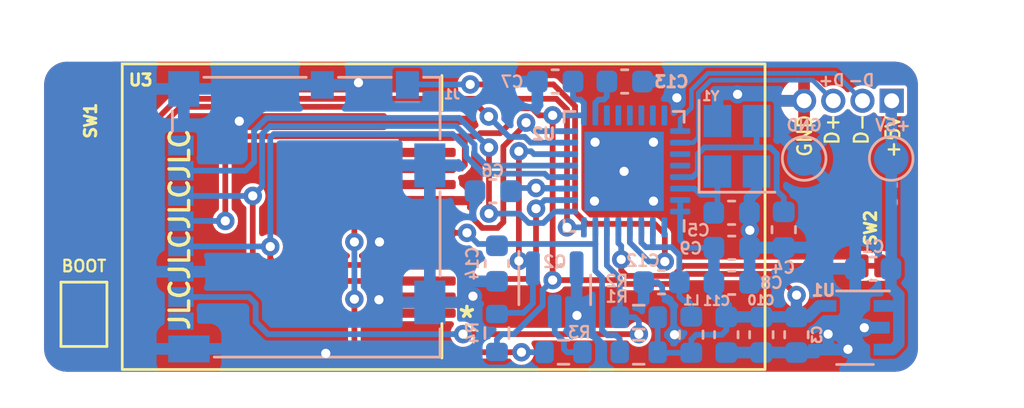
<source format=kicad_pcb>
(kicad_pcb (version 20221018) (generator pcbnew)
  (title_block (comment 4 "AISLER Project ID: PFHQODAS"))
  (layers (0 "F.Cu" signal) (31 "B.Cu" signal) (34 "B.Paste" user) (35 "F.Paste" user) (36 "B.SilkS" user "B.Silkscreen") (37 "F.SilkS" user "F.Silkscreen") (38 "B.Mask" user) (39 "F.Mask" user) (44 "Edge.Cuts" user))
  (net 0 "")
  (net 1 "GND")
  (net 2 "+3V3")
  (net 3 "+5V")
  (net 4 "IO9")
  (net 5 "EN")
  (net 6 "LCD_BL")
  (net 7 "Net-(U2-XTAL_N)")
  (net 8 "LCD_BL_K")
  (net 9 "LCD_DC")
  (net 10 "SPI_MOSI")
  (net 11 "SPI_SCK")
  (net 12 "Net-(U2-XTAL_P)")
  (net 13 "Net-(U2-VDD_SPI{slash}GPIO11)")
  (net 15 "SD_Card_CE")
  (net 16 "SPI_MISO")
  (net 18 "Net-(Q2-D)")
  (net 19 "VCC_Pin2{slash}3")
  (net 20 "Net-(SW1-A)")
  (net 21 "Net-(SW2-A)")
  (net 25 "LCD_CS")
  (net 32 "SD-Card_Det")
  (net 33 "ESP32_USB_D-")
  (net 35 "ESP32_USB_D+")
  (footprint "Button_ext:EVPBB" (layer "F.Cu") (at 128.475 107.24 90)
    (fp_text reference "SW2")
    (fp_text value "EVP-BB2A9B000")
  )
  (footprint "Display_ext:ST7735S 0.96" (layer "F.Cu") (at 95.9 100.1)
    (fp_text reference "U3")
    (fp_text value "ST7735_0.96\"")
  )
  (footprint "Jumper:SolderJumper-2_P1.3mm_Open_TrianglePad1.0x1.5mm" (layer "F.Cu") (at 94.234 110.998 -90)
    (fp_text reference "JP1" hide)
    (fp_text value "BOOT")
  )
  (footprint "Button_ext:EVPBB" (layer "F.Cu") (at 94.5 102.565 90)
    (fp_text reference "SW1")
    (fp_text value "EVP-BB2A9B000")
  )
  (footprint "Capacitor_SMD:C_0603_1608Metric" (layer "B.Cu") (at 112.014 105.6386)
    (fp_text reference "C6")
    (fp_text value "100nF")
  )
  (footprint "Capacitor_SMD:C_0603_1608Metric" (layer "B.Cu") (at 122.4026 108.1024 180)
    (fp_text reference "C9")
    (fp_text value "10nF")
  )
  (footprint "Resistor_SMD:R_0603_1608Metric" (layer "B.Cu") (at 118.357 111.125)
    (fp_text reference "R2")
    (fp_text value "10k")
  )
  (footprint "Inductor_SMD:L_0603_1608Metric" (layer "B.Cu") (at 120.643 111.887 90)
    (fp_text reference "L1")
    (fp_text value "2.2nH")
  )
  (footprint "TestPoint:TestPoint_Pad_D1.5mm" (layer "B.Cu") (at 129.3368 104.2162 180)
    (fp_text reference "H1" hide)
    (fp_text value "+5V PAD")
  )
  (footprint "Capacitor_SMD:C_0603_1608Metric" (layer "B.Cu") (at 125.215 111.887 90)
    (fp_text reference "C3")
    (fp_text value "1uF")
  )
  (footprint "Capacitor_SMD:C_0603_1608Metric" (layer "B.Cu") (at 122.3956 106.5784 180)
    (fp_text reference "C5")
    (fp_text value "16pF")
  )
  (footprint "Connector_PinHeader_1.27mm:PinHeader_1x04_P1.27mm_Vertical" (layer "B.Cu") (at 129.3572 101.7016 90)
    (fp_text reference "J2" hide)
    (fp_text value "ESP32_USB")
  )
  (footprint "Package_DFN_QFN:QFN-32-1EP_5x5mm_P0.5mm_EP3.45x3.45mm" (layer "B.Cu") (at 117.722 104.775 90)
    (fp_text reference "U2")
    (fp_text value "ESP32-C3FN4")
  )
  (footprint "TestPoint:TestPoint_Pad_D1.5mm" (layer "B.Cu") (at 125.5522 104.2162 180)
    (fp_text reference "H2" hide)
    (fp_text value "GND PAD")
  )
  (footprint "Resistor_SMD:R_0603_1608Metric" (layer "B.Cu") (at 118.357 112.649)
    (fp_text reference "R1")
    (fp_text value "10k")
  )
  (footprint "Crystal:Crystal_SMD_3225-4Pin_3.2x2.5mm" (layer "B.Cu") (at 122.6312 103.6828 90)
    (fp_text reference "Y1")
    (fp_text value "7B040000H01")
  )
  (footprint "LOGO" (layer "B.Cu") (at 95.5 106.75 -90)
    (fp_text reference "G***" hide)
    (fp_text value "LOGO" hide)
  )
  (footprint "Capacitor_SMD:C_0603_1608Metric" (layer "B.Cu") (at 112.1918 108.7882 90)
    (fp_text reference "C14")
    (fp_text value "10uF")
  )
  (footprint "Capacitor_SMD:C_0603_1608Metric" (layer "B.Cu") (at 117.7474 100.8634 180)
    (fp_text reference "C13")
    (fp_text value "1uF")
  )
  (footprint "Capacitor_SMD:C_0603_1608Metric" (layer "B.Cu") (at 119.3476 109.601)
    (fp_text reference "C12")
    (fp_text value "100nF")
  )
  (footprint "Package_TO_SOT_SMD:SOT-23" (layer "B.Cu") (at 114.7064 109.9312 -90)
    (fp_text reference "Q2")
    (fp_text value "T2N7002AK")
  )
  (footprint "Resistor_SMD:R_0603_1608Metric" (layer "B.Cu") (at 112.1918 111.8108 -90)
    (fp_text reference "R4")
    (fp_text value "10k")
  )
  (footprint "Capacitor_SMD:C_0603_1608Metric" (layer "B.Cu") (at 122.167 111.887 90)
    (fp_text reference "C11")
    (fp_text value "100nF")
  )
  (footprint "Capacitor_SMD:C_0603_1608Metric" (layer "B.Cu") (at 123.691 111.887 90)
    (fp_text reference "C10")
    (fp_text value "10uF")
  )
  (footprint "Capacitor_SMD:C_0603_1608Metric" (layer "B.Cu") (at 124.6632 107.315 -90)
    (fp_text reference "C4")
    (fp_text value "16pF")
  )
  (footprint "Capacitor_SMD:C_0603_1608Metric" (layer "B.Cu") (at 122.4026 109.6264 180)
    (fp_text reference "C8")
    (fp_text value "1uF")
  )
  (footprint "Resistor_SMD:R_0603_1608Metric" (layer "B.Cu") (at 115.0874 112.649 180)
    (fp_text reference "R3")
    (fp_text value "20 Ohm")
  )
  (footprint "Package_SO:TSOP-5_1.65x3.05mm_P0.95mm" (layer "B.Cu") (at 127.762 111.5822 180)
    (fp_text reference "U1")
    (fp_text value "NCP114BSN330T1G")
  )
  (footprint "Capacitor_SMD:C_0603_1608Metric" (layer "B.Cu") (at 128.5494 109.0168)
    (fp_text reference "C1")
    (fp_text value "1uF")
  )
  (footprint "Capacitor_SMD:C_0603_1608Metric" (layer "B.Cu") (at 114.7248 100.8634)
    (fp_text reference "C7")
    (fp_text value "100nF")
  )
  (footprint "Connector_Card:microSD_HC_Molex_104031-0811" (layer "B.Cu") (at 103.9 106.75 -90)
    (fp_text reference "J1")
    (fp_text value "1040310811")
  )
  (gr_line (start 92.5 112.5) (end 92.5 101) (stroke (width 0.001)) (layer "Edge.Cuts"))
  (gr_arc (start 129.5 100) (mid 130.207107 100.292893) (end 130.5 101) (stroke (width 0.001)) (layer "Edge.Cuts"))
  (gr_line (start 130.5 101) (end 130.5 112.5) (stroke (width 0.001)) (layer "Edge.Cuts"))
  (gr_arc (start 93.5 113.5) (mid 92.792893 113.207107) (end 92.5 112.5) (stroke (width 0.001)) (layer "Edge.Cuts"))
  (gr_arc (start 92.5 101) (mid 92.792893 100.292893) (end 93.5 100) (stroke (width 0.001)) (layer "Edge.Cuts"))
  (gr_line (start 93.5 100) (end 129.5 100) (stroke (width 0.001)) (layer "Edge.Cuts"))
  (gr_line (start 129.5 113.5) (end 93.5 113.5) (stroke (width 0.001)) (layer "Edge.Cuts"))
  (gr_arc (start 130.5 112.5) (mid 130.207107 113.207107) (end 129.5 113.5) (stroke (width 0.001)) (layer "Edge.Cuts"))
  (gr_text "+5V" (at 129.413 102.7684) (layer "B.SilkS") (effects (font (size 0.5 0.5) (thickness 0.1)) (justify mirror)))
  (gr_text "D+" (at 126.746 100.8126) (layer "B.SilkS") (effects (font (size 0.5 0.5) (thickness 0.1)) (justify mirror)))
  (gr_text "GND" (at 125.5522 102.7684) (layer "B.SilkS") (effects (font (size 0.5 0.5) (thickness 0.1)) (justify mirror)))
  (gr_text "D-" (at 128.0414 100.8126) (layer "B.SilkS") (effects (font (size 0.5 0.5) (thickness 0.1)) (justify mirror)))
  (gr_text "D+" (at 126.7714 102.9462 90) (layer "F.SilkS") (effects (font (size 0.6 0.6) (thickness 0.1))))
  (gr_text "JLCJLCJLCJLC" (at 98.4 107.3 90) (layer "F.SilkS") (effects (font (size 0.85 0.85))))
  (gr_text "D-" (at 128.0414 102.9462 90) (layer "F.SilkS") (effects (font (size 0.6 0.6) (thickness 0.1))))
  (gr_text "+5V" (at 129.413 103.2764 90) (layer "F.SilkS") (effects (font (size 0.6 0.6) (thickness 0.1))))
  (gr_text "GND" (at 125.5776 103.2256 90) (layer "F.SilkS") (effects (font (size 0.6 0.6) (thickness 0.1))))
  (via (at 111.1504 110.2106) (size 0.8) (drill 0.4) (layers "F.Cu" "B.Cu") (net 1))
  (via (at 123.19 107.3404) (size 0.8) (drill 0.4) (layers "F.Cu" "B.Cu") (net 1))
  (via (at 106.172 100.9142) (size 0.8) (drill 0.4) (layers "F.Cu" "B.Cu") (net 1))
  (via (at 107.0864 107.8484) (size 0.8) (drill 0.4) (layers "F.Cu" "B.Cu") (net 1))
  (via (at 115.6716 111.0488) (size 0.8) (drill 0.4) (layers "F.Cu" "B.Cu") (net 1))
  (via (at 118.999 106.0704) (size 0.8) (drill 0.4) (layers "F.Cu" "B.Cu") (net 1))
  (via (at 126.5936 111.8616) (size 0.8) (drill 0.4) (layers "F.Cu" "B.Cu") (net 1))
  (via (at 120.015 101.5746) (size 0.8) (drill 0.4) (layers "F.Cu" "B.Cu") (net 1))
  (via (at 116.459 103.505) (size 0.8) (drill 0.4) (layers "F.Cu" "B.Cu") (net 1))
  (via (at 116.4336 106.0704) (size 0.8) (drill 0.4) (layers "F.Cu" "B.Cu") (net 1))
  (via (at 127.4572 112.522) (size 0.8) (drill 0.4) (layers "F.Cu" "B.Cu") (net 1))
  (via (at 118.999 103.505) (size 0.8) (drill 0.4) (layers "F.Cu" "B.Cu") (net 1))
  (via (at 117.722 104.775) (size 0.8) (drill 0.4) (layers "F.Cu" "B.Cu") (net 1))
  (via (at 100.9904 102.5906) (size 0.8) (drill 0.4) (layers "F.Cu" "B.Cu") (net 1))
  (via (at 122.6566 101.4222) (size 0.8) (drill 0.4) (layers "F.Cu" "B.Cu") (net 1))
  (via (at 119.9134 111.887) (size 0.8) (drill 0.4) (layers "F.Cu" "B.Cu") (net 1))
  (via (at 104.7496 112.6998) (size 0.8) (drill 0.4) (layers "F.Cu" "B.Cu") (net 1))
  (via (at 128.1684 111.5822) (size 0.8) (drill 0.4) (layers "F.Cu" "B.Cu") (net 1))
  (via (at 107.061 110.363) (size 0.8) (drill 0.4) (layers "F.Cu" "B.Cu") (net 1))
  (segment (start 119.888 111.3536) (end 119.888 111.8616) (width 0.25) (layer "B.Cu") (net 1))
  (segment (start 119.6086 110.3376) (end 119.888 110.617) (width 0.25) (layer "B.Cu") (net 1))
  (segment (start 123.4812 104.7828) (end 123.4812 105.6268) (width 0.5) (layer "B.Cu") (net 1))
  (segment (start 123.1706 105.9374) (end 123.1706 106.5784) (width 0.5) (layer "B.Cu") (net 1))
  (segment (start 118.5726 109.601) (end 119.1768 109.601) (width 0.25) (layer "B.Cu") (net 1))
  (segment (start 124.206 101.4222) (end 124.4854 101.7016) (width 0.5) (layer "B.Cu") (net 1))
  (segment (start 119.888 110.617) (end 119.888 111.3536) (width 0.25) (layer "B.Cu") (net 1))
  (segment (start 122.6566 101.4222) (end 121.9454 101.4222) (width 0.5) (layer "B.Cu") (net 1))
  (segment (start 119.38 110.0582) (end 119.38 110.109) (width 0.25) (layer "B.Cu") (net 1))
  (segment (start 127.4572 112.3315) (end 127.4572 112.522) (width 0.5) (layer "B.Cu") (net 1))
  (segment (start 119.3038 109.728) (end 119.38 109.8042) (width 0.25) (layer "B.Cu") (net 1))
  (segment (start 123.4812 105.6268) (end 123.1706 105.9374) (width 0.5) (layer "B.Cu") (net 1))
  (segment (start 126.5936 111.8616) (end 126.9873 111.8616) (width 0.5) (layer "B.Cu") (net 1))
  (segment (start 119.1768 109.601) (end 119.3038 109.728) (width 0.25) (layer "B.Cu") (net 1))
  (segment (start 119.38 109.8042) (end 119.38 110.0582) (width 0.25) (layer "B.Cu") (net 1))
  (segment (start 119.888 111.8616) (end 119.9134 111.887) (width 0.25) (layer "B.Cu") (net 1))
  (segment (start 124.4854 101.7016) (end 125.5472 101.7016) (width 0.5) (layer "B.Cu") (net 1))
  (segment (start 119.38 110.109) (end 119.6086 110.3376) (width 0.25) (layer "B.Cu") (net 1))
  (segment (start 126.9873 111.8616) (end 127.4572 112.3315) (width 0.5) (layer "B.Cu") (net 1))
  (segment (start 121.7812 101.5864) (end 121.7812 102.5828) (width 0.5) (layer "B.Cu") (net 1))
  (segment (start 121.9454 101.4222) (end 121.7812 101.5864) (width 0.5) (layer "B.Cu") (net 1))
  (segment (start 122.6566 101.4222) (end 124.206 101.4222) (width 0.5) (layer "B.Cu") (net 1))
  (segment (start 117.4855 109.5099) (end 114.6153 109.5099) (width 0.25) (layer "F.Cu") (net 2))
  (segment (start 111.468054 103.111146) (end 112.331654 103.111146) (width 0.25) (layer "F.Cu") (net 2))
  (segment (start 113.717924 102.028343) (end 114.026181 102.3366) (width 0.25) (layer "F.Cu") (net 2))
  (segment (start 114.6153 105.4967) (end 114.6153 102.3366) (width 0.25) (layer "F.Cu") (net 2))
  (segment (start 125.222 110.1598) (end 124.3022 109.24) (width 0.25) (layer "F.Cu") (net 2))
  (segment (start 112.6744 102.362) (end 113.008057 102.028343) (width 0.25) (layer "F.Cu") (net 2))
  (segment (start 112.6744 102.7684) (end 112.6744 102.362) (width 0.25) (layer "F.Cu") (net 2))
  (segment (start 109.15 104.65) (end 110.6404 104.65) (width 0.25) (layer "F.Cu") (net 2))
  (segment (start 120.002674 109.6765) (end 117.6521 109.6765) (width 0.25) (layer "F.Cu") (net 2))
  (segment (start 110.6404 104.65) (end 110.7948 104.4956) (width 0.25) (layer "F.Cu") (net 2))
  (segment (start 114.6153 109.5099) (end 114.6153 105.4967) (width 0.25) (layer "F.Cu") (net 2))
  (segment (start 109.15 103.25) (end 111.3292 103.25) (width 0.25) (layer "F.Cu") (net 2))
  (segment (start 120.439174 109.24) (end 120.002674 109.6765) (width 0.25) (layer "F.Cu") (net 2))
  (segment (start 100.3808 103.6574) (end 100.7882 103.25) (width 0.25) (layer "F.Cu") (net 2))
  (segment (start 114.026181 102.3366) (end 114.6153 102.3366) (width 0.25) (layer "F.Cu") (net 2))
  (segment (start 111.3292 103.25) (end 111.468054 103.111146) (width 0.25) (layer "F.Cu") (net 2))
  (segment (start 124.3022 109.24) (end 120.439174 109.24) (width 0.25) (layer "F.Cu") (net 2))
  (segment (start 113.008057 102.028343) (end 113.717924 102.028343) (width 0.25) (layer "F.Cu") (net 2))
  (segment (start 100.3808 106.934) (end 100.3808 103.6574) (width 0.25) (layer "F.Cu") (net 2))
  (segment (start 117.6521 109.6765) (end 117.4855 109.5099) (width 0.25) (layer "F.Cu") (net 2))
  (segment (start 113.893622 105.499501) (end 114.612499 105.499501) (width 0.25) (layer "F.Cu") (net 2))
  (segment (start 112.331654 103.111146) (end 112.6744 102.7684) (width 0.25) (layer "F.Cu") (net 2))
  (segment (start 110.7948 104.4956) (end 110.7948 103.2744) (width 0.25) (layer "F.Cu") (net 2))
  (segment (start 100.7882 103.25) (end 109.15 103.25) (width 0.25) (layer "F.Cu") (net 2))
  (via (at 100.3808 106.934) (size 0.8) (drill 0.4) (layers "F.Cu" "B.Cu") (net 2))
  (via (at 113.893622 105.499501) (size 0.8) (drill 0.4) (layers "F.Cu" "B.Cu") (net 2))
  (via (at 125.222 110.1598) (size 0.8) (drill 0.4) (layers "F.Cu" "B.Cu") (net 2))
  (via (at 114.6153 102.3366) (size 0.8) (drill 0.4) (layers "F.Cu" "B.Cu") (net 2))
  (via (at 114.6153 109.5099) (size 0.8) (drill 0.4) (layers "F.Cu" "B.Cu") (net 2))
  (segment (start 114.1814 109.9438) (end 114.1814 110.6086) (width 0.25) (layer "B.Cu") (net 2))
  (segment (start 120.1595 107.7643) (end 120.4976 108.1024) (width 0.25) (layer "B.Cu") (net 2))
  (segment (start 120.1595 106.025) (end 120.1595 106.525) (width 0.25) (layer "B.Cu") (net 2))
  (segment (start 115.972 102.3375) (end 115.972 101.7988) (width 0.25) (layer "B.Cu") (net 2))
  (segment (start 125.215 111.112) (end 123.691 111.112) (width 0.5) (layer "B.Cu") (net 2))
  (segment (start 115.2845 105.525) (end 113.919121 105.525) (width 0.25) (layer "B.Cu") (net 2))
  (segment (start 114.1814 110.6086) (end 112.9284 111.8616) (width 0.25) (layer "B.Cu") (net 2))
  (segment (start 121.9708 111.887) (end 120.8532 111.887) (width 0.25) (layer "B.Cu") (net 2))
  (segment (start 123.691 111.112) (end 122.167 111.112) (width 0.5) (layer "B.Cu") (net 2))
  (segment (start 112.1918 112.0902) (end 112.1918 112.6358) (width 0.25) (layer "B.Cu") (net 2))
  (segment (start 121.6276 110.096) (end 122.167 110.6354) (width 0.5) (layer "B.Cu") (net 2))
  (segment (start 125.7176 111.112) (end 125.215 111.112) (width 0.5) (layer "B.Cu") (net 2))
  (segment (start 114.6153 102.3366) (end 115.9711 102.3366) (width 0.25) (layer "B.Cu") (net 2))
  (segment (start 112.4204 111.8616) (end 112.1918 112.0902) (width 0.25) (layer "B.Cu") (net 2))
  (segment (start 114.6153 109.5099) (end 114.1814 109.9438) (width 0.25) (layer "B.Cu") (net 2))
  (segment (start 115.9711 102.3366) (end 115.972 102.3375) (width 0.25) (layer "B.Cu") (net 2))
  (segment (start 119.2075 112.6745) (end 119.182 112.649) (width 0.25) (layer "B.Cu") (net 2))
  (segment (start 126.602 110.6322) (end 126.1974 110.6322) (width 0.5) (layer "B.Cu") (net 2))
  (segment (start 112.9284 111.8616) (end 112.4204 111.8616) (width 0.25) (layer "B.Cu") (net 2))
  (segment (start 113.893622 105.499501) (end 112.928099 105.499501) (width 0.25) (layer "B.Cu") (net 2))
  (segment (start 115.4998 101.5298) (end 115.4998 100.8634) (width 0.25) (layer "B.Cu") (net 2))
  (segment (start 125.215 111.112) (end 125.215 110.1668) (width 0.5) (layer "B.Cu") (net 2))
  (segment (start 119.182 111.8818) (end 119.182 111.125) (width 0.25) (layer "B.Cu") (net 2))
  (segment (start 115.824 101.6508) (end 115.6208 101.6508) (width 0.25) (layer "B.Cu") (net 2))
  (segment (start 100.3808 106.934) (end 98.461 106.934) (width 0.25) (layer "B.Cu") (net 2))
  (segment (start 120.1595 106.525) (end 120.1595 107.7643) (width 0.25) (layer "B.Cu") (net 2))
  (segment (start 120.8532 111.887) (end 120.643 112.0972) (width 0.25) (layer "B.Cu") (net 2))
  (segment (start 115.6208 101.6508) (end 115.4998 101.5298) (width 0.25) (layer "B.Cu") (net 2))
  (segment (start 122.167 111.112) (end 122.167 111.6908) (width 0.25) (layer "B.Cu") (net 2))
  (segment (start 122.167 110.6354) (end 122.167 111.112) (width 0.5) (layer "B.Cu") (net 2))
  (segment (start 120.643 112.0972) (end 120.643 112.6745) (width 0.25) (layer "B.Cu") (net 2))
  (segment (start 125.215 110.1668) (end 125.222 110.1598) (width 0.5) (layer "B.Cu") (net 2))
  (segment (start 122.167 111.6908) (end 121.9708 111.887) (width 0.25) (layer "B.Cu") (net 2))
  (segment (start 115.972 101.7988) (end 115.824 101.6508) (width 0.25) (layer "B.Cu") (net 2))
  (segment (start 120.643 112.6745) (end 119.2075 112.6745) (width 0.25) (layer "B.Cu") (net 2))
  (segment (start 120.4976 108.1024) (end 121.6276 108.1024) (width 0.25) (layer "B.Cu") (net 2))
  (segment (start 121.6276 109.6264) (end 121.6276 108.1024) (width 0.5) (layer "B.Cu") (net 2))
  (segment (start 119.182 112.649) (end 119.182 111.8818) (width 0.25) (layer "B.Cu") (net 2))
  (segment (start 126.1974 110.6322) (end 125.7176 111.112) (width 0.5) (layer "B.Cu") (net 2))
  (segment (start 121.6276 109.6264) (end 121.6276 110.096) (width 0.5) (layer "B.Cu") (net 2))
  (segment (start 129.3368 104.2162) (end 129.3368 109.0044) (width 0.5) (layer "B.Cu") (net 3))
  (segment (start 129.667 112.268) (end 129.667 110.1598) (width 0.5) (layer "B.Cu") (net 3))
  (segment (start 129.3244 109.8172) (end 129.3244 109.0168) (width 0.5) (layer "B.Cu") (net 3))
  (segment (start 129.4028 112.5322) (end 129.667 112.268) (width 0.5) (layer "B.Cu") (net 3))
  (segment (start 128.922 112.5322) (end 129.4028 112.5322) (width 0.5) (layer "B.Cu") (net 3))
  (segment (start 129.667 110.1598) (end 129.3244 109.8172) (width 0.5) (layer "B.Cu") (net 3))
  (segment (start 128.922 110.6322) (end 129.6518 110.6322) (width 0.5) (layer "B.Cu") (net 3))
  (segment (start 129.3368 104.2162) (end 129.3368 101.722) (width 0.5) (layer "B.Cu") (net 3))
  (segment (start 94.234 106.166) (end 94.234 110.273) (width 0.25) (layer "F.Cu") (net 4))
  (segment (start 111.4144 101.9656) (end 98.4344 101.9656) (width 0.25) (layer "F.Cu") (net 4))
  (segment (start 111.8362 102.3874) (end 111.4144 101.9656) (width 0.25) (layer "F.Cu") (net 4))
  (segment (start 98.4344 101.9656) (end 94.234 106.166) (width 0.25) (layer "F.Cu") (net 4))
  (via (at 111.8362 102.3874) (size 0.8) (drill 0.4) (layers "F.Cu" "B.Cu") (net 4))
  (segment (start 111.8362 102.3874) (end 112.7243 103.2755) (width 0.25) (layer "B.Cu") (net 4))
  (segment (start 113.654484 103.525) (end 115.2845 103.525) (width 0.25) (layer "B.Cu") (net 4))
  (segment (start 113.404984 103.2755) (end 113.654484 103.525) (width 0.25) (layer "B.Cu") (net 4))
  (segment (start 112.7243 103.2755) (end 113.404984 103.2755) (width 0.25) (layer "B.Cu") (net 4))
  (segment (start 110.889107 107.45) (end 109.15 107.45) (width 0.25) (layer "F.Cu") (net 5))
  (via (at 110.889107 107.45) (size 0.8) (drill 0.4) (layers "F.Cu" "B.Cu") (net 5))
  (segment (start 116.9924 111.9124) (end 116.7638 111.6838) (width 0.25) (layer "B.Cu") (net 5))
  (segment (start 111.376107 107.937) (end 116.4714 107.937) (width 0.25) (layer "B.Cu") (net 5))
  (segment (start 117.532 112.071) (end 117.3734 111.9124) (width 0.25) (layer "B.Cu") (net 5))
  (segment (start 110.889107 107.45) (end 111.376107 107.937) (width 0.25) (layer "B.Cu") (net 5))
  (segment (start 116.472 109.106) (end 116.472 107.9376) (width 0.25) (layer "B.Cu") (net 5))
  (segment (start 117.3734 111.9124) (end 116.9924 111.9124) (width 0.25) (layer "B.Cu") (net 5))
  (segment (start 116.7638 109.3978) (end 116.472 109.106) (width 0.25) (layer "B.Cu") (net 5))
  (segment (start 116.472 107.9376) (end 116.472 107.2125) (width 0.25) (layer "B.Cu") (net 5))
  (segment (start 116.7638 111.6838) (end 116.7638 109.3978) (width 0.25) (layer "B.Cu") (net 5))
  (segment (start 117.532 112.649) (end 117.532 112.071) (width 0.25) (layer "B.Cu") (net 5))
  (segment (start 113.1461 108.672816) (end 113.1461 103.9005) (width 0.25) (layer "F.Cu") (net 6))
  (via (at 113.1461 103.9005) (size 0.8) (drill 0.4) (layers "F.Cu" "B.Cu") (net 6))
  (via (at 113.1461 108.672816) (size 0.8) (drill 0.4) (layers "F.Cu" "B.Cu") (net 6))
  (segment (start 113.7564 108.9937) (end 113.7564 108.7526) (width 0.25) (layer "B.Cu") (net 6))
  (segment (start 113.347 110.935) (end 112.1918 110.935) (width 0.25) (layer "B.Cu") (net 6))
  (segment (start 113.7564 108.9937) (end 113.7564 110.5256) (width 0.25) (layer "B.Cu") (net 6))
  (segment (start 113.804 104.025) (end 115.2845 104.025) (width 0.25) (layer "B.Cu") (net 6))
  (segment (start 113.676616 108.672816) (end 113.1461 108.672816) (width 0.25) (layer "B.Cu") (net 6))
  (segment (start 113.1461 103.9005) (end 113.6795 103.9005) (width 0.25) (layer "B.Cu") (net 6))
  (segment (start 113.6795 103.9005) (end 113.804 104.025) (width 0.25) (layer "B.Cu") (net 6))
  (segment (start 113.7564 110.5256) (end 113.347 110.935) (width 0.25) (layer "B.Cu") (net 6))
  (segment (start 113.7564 108.7526) (end 113.676616 108.672816) (width 0.25) (layer "B.Cu") (net 6))
  (segment (start 124.079 103.7336) (end 121.2088 103.7336) (width 0.25) (layer "B.Cu") (net 7))
  (segment (start 123.4812 102.5828) (end 123.4812 103.72) (width 0.25) (layer "B.Cu") (net 7))
  (segment (start 120.9294 104.013) (end 120.9294 104.8004) (width 0.25) (layer "B.Cu") (net 7))
  (segment (start 124.3584 105.6132) (end 124.3584 104.013) (width 0.25) (layer "B.Cu") (net 7))
  (segment (start 124.3584 104.013) (end 124.079 103.7336) (width 0.25) (layer "B.Cu") (net 7))
  (segment (start 124.6632 105.918) (end 124.3584 105.6132) (width 0.25) (layer "B.Cu") (net 7))
  (segment (start 124.6632 106.54) (end 124.6632 105.918) (width 0.25) (layer "B.Cu") (net 7))
  (segment (start 120.7048 105.025) (end 120.1595 105.025) (width 0.25) (layer "B.Cu") (net 7))
  (segment (start 120.9294 104.8004) (end 120.7048 105.025) (width 0.25) (layer "B.Cu") (net 7))
  (segment (start 121.2088 103.7336) (end 120.9294 104.013) (width 0.25) (layer "B.Cu") (net 7))
  (segment (start 106.3752 112.649) (end 113.2586 112.649) (width 0.25) (layer "F.Cu") (net 8))
  (segment (start 105.9942 112.268) (end 106.3752 112.649) (width 0.25) (layer "F.Cu") (net 8))
  (segment (start 105.9942 110.3376) (end 105.9942 112.268) (width 0.25) (layer "F.Cu") (net 8))
  (segment (start 105.9942 104.3178) (end 106.362 103.95) (width 0.25) (layer "F.Cu") (net 8))
  (segment (start 105.9942 107.8484) (end 105.9942 104.3178) (width 0.25) (layer "F.Cu") (net 8))
  (segment (start 106.362 103.95) (end 109.15 103.95) (width 0.25) (layer "F.Cu") (net 8))
  (via (at 105.9942 110.3376) (size 0.8) (drill 0.4) (layers "F.Cu" "B.Cu") (net 8))
  (via (at 105.9942 107.8484) (size 0.8) (drill 0.4) (layers "F.Cu" "B.Cu") (net 8))
  (via (at 113.2586 112.649) (size 0.8) (drill 0.4) (layers "F.Cu" "B.Cu") (net 8))
  (segment (start 105.9942 110.3376) (end 105.9942 107.8484) (width 0.25) (layer "B.Cu") (net 8))
  (segment (start 114.2624 112.649) (end 113.2586 112.649) (width 0.25) (layer "B.Cu") (net 8))
  (segment (start 111.0234 109.1692) (end 111.0234 108.4072) (width 0.25) (layer "F.Cu") (net 9))
  (segment (start 113.892002 109.069198) (end 113.502531 109.458669) (width 0.25) (layer "F.Cu") (net 9))
  (segment (start 110.7662 108.15) (end 109.15 108.15) (width 0.25) (layer "F.Cu") (net 9))
  (segment (start 111.0234 108.4072) (end 110.7662 108.15) (width 0.25) (layer "F.Cu") (net 9))
  (segment (start 113.502531 109.458669) (end 111.312869 109.458669) (width 0.25) (layer "F.Cu") (net 9))
  (segment (start 113.892002 106.399002) (end 113.892002 109.069198) (width 0.25) (layer "F.Cu") (net 9))
  (segment (start 111.312869 109.458669) (end 111.0234 109.1692) (width 0.25) (layer "F.Cu") (net 9))
  (via (at 113.892002 106.399002) (size 0.8) (drill 0.4) (layers "F.Cu" "B.Cu") (net 9))
  (segment (start 113.892002 106.399002) (end 114.266004 106.025) (width 0.25) (layer "B.Cu") (net 9))
  (segment (start 114.266004 106.025) (end 115.2845 106.025) (width 0.25) (layer "B.Cu") (net 9))
  (segment (start 101.5746 108.9406) (end 101.5746 105.8418) (width 0.25) (layer "F.Cu") (net 10))
  (segment (start 102.184 109.55) (end 101.5746 108.9406) (width 0.25) (layer "F.Cu") (net 10))
  (segment (start 109.15 109.55) (end 102.184 109.55) (width 0.25) (layer "F.Cu") (net 10))
  (via (at 101.5746 105.8418) (size 0.8) (drill 0.4) (layers "F.Cu" "B.Cu") (net 10))
  (segment (start 111.7386 104.525) (end 111.219369 104.005769) (width 0.25) (layer "B.Cu") (net 10))
  (segment (start 101.981 103.1494) (end 101.981 105.4354) (width 0.25) (layer "B.Cu") (net 10))
  (segment (start 101.981 105.4354) (end 101.5746 105.8418) (width 0.25) (layer "B.Cu") (net 10))
  (segment (start 102.331 102.7994) (end 101.981 103.1494) (width 0.25) (layer "B.Cu") (net 10))
  (segment (start 110.411082 102.7994) (end 102.331 102.7994) (width 0.25) (layer "B.Cu") (net 10))
  (segment (start 101.5714 105.845) (end 101.5746 105.8418) (width 0.25) (layer "B.Cu") (net 10))
  (segment (start 111.219369 104.005769) (end 111.219369 103.607687) (width 0.25) (layer "B.Cu") (net 10))
  (segment (start 115.2845 104.525) (end 111.7386 104.525) (width 0.25) (layer "B.Cu") (net 10))
  (segment (start 111.219369 103.607687) (end 110.411082 102.7994) (width 0.25) (layer "B.Cu") (net 10))
  (segment (start 98.45 105.845) (end 101.5714 105.845) (width 0.25) (layer "B.Cu") (net 10))
  (segment (start 102.3366 108.585) (end 102.3366 108.0516) (width 0.25) (layer "F.Cu") (net 11))
  (segment (start 102.6016 108.85) (end 102.3366 108.585) (width 0.25) (layer "F.Cu") (net 11))
  (segment (start 102.6016 108.85) (end 109.15 108.85) (width 0.25) (layer "F.Cu") (net 11))
  (via (at 102.3366 108.0516) (size 0.8) (drill 0.4) (layers "F.Cu" "B.Cu") (net 11))
  (segment (start 102.33 108.045) (end 98.45 108.045) (width 0.25) (layer "B.Cu") (net 11))
  (segment (start 111.593626 104.875) (end 110.852113 104.133487) (width 0.25) (layer "B.Cu") (net 11))
  (segment (start 102.3366 108.0516) (end 102.33 108.045) (width 0.25) (layer "B.Cu") (net 11))
  (segment (start 114.423 105.025) (end 114.273 104.875) (width 0.25) (layer "B.Cu") (net 11))
  (segment (start 110.852113 104.133487) (end 110.852113 103.735405) (width 0.25) (layer "B.Cu") (net 11))
  (segment (start 102.3366 103.3018) (end 102.3366 108.0516) (width 0.25) (layer "B.Cu") (net 11))
  (segment (start 115.2845 105.025) (end 114.423 105.025) (width 0.25) (layer "B.Cu") (net 11))
  (segment (start 102.489 103.1494) (end 102.3366 103.3018) (width 0.25) (layer "B.Cu") (net 11))
  (segment (start 110.852113 103.735405) (end 110.266108 103.1494) (width 0.25) (layer "B.Cu") (net 11))
  (segment (start 114.273 104.875) (end 111.593626 104.875) (width 0.25) (layer "B.Cu") (net 11))
  (segment (start 110.266108 103.1494) (end 102.489 103.1494) (width 0.25) (layer "B.Cu") (net 11))
  (segment (start 121.7812 105.7774) (end 121.7812 106.4178) (width 0.25) (layer "B.Cu") (net 12))
  (segment (start 120.1595 105.525) (end 120.7904 105.525) (width 0.25) (layer "B.Cu") (net 12))
  (segment (start 121.7812 106.4178) (end 121.6206 106.5784) (width 0.25) (layer "B.Cu") (net 12))
  (segment (start 120.7904 105.525) (end 121.0564 105.791) (width 0.25) (layer "B.Cu") (net 12))
  (segment (start 121.0564 105.791) (end 121.7676 105.791) (width 0.25) (layer "B.Cu") (net 12))
  (segment (start 121.7812 104.7828) (end 121.7812 105.7774) (width 0.25) (layer "B.Cu") (net 12))
  (segment (start 116.9724 101.5184) (end 116.9724 100.8634) (width 0.25) (layer "B.Cu") (net 13))
  (segment (start 116.472 101.7902) (end 116.6114 101.6508) (width 0.25) (layer "B.Cu") (net 13))
  (segment (start 116.6114 101.6508) (end 116.84 101.6508) (width 0.25) (layer "B.Cu") (net 13))
  (segment (start 116.472 102.3375) (end 116.472 101.7902) (width 0.25) (layer "B.Cu") (net 13))
  (segment (start 116.84 101.6508) (end 116.9724 101.5184) (width 0.25) (layer "B.Cu") (net 13))
  (segment (start 111.8467 103.738477) (end 111.8467 106.6143) (width 0.25) (layer "F.Cu") (net 15))
  (segment (start 111.844369 103.736146) (end 111.8467 103.738477) (width 0.25) (layer "F.Cu") (net 15))
  (via (at 111.8467 106.6143) (size 0.8) (drill 0.4) (layers "F.Cu" "B.Cu") (net 15))
  (via (at 111.844369 103.736146) (size 0.8) (drill 0.4) (layers "F.Cu" "B.Cu") (net 15))
  (segment (start 113.577202 107.024002) (end 114.209998 107.024002) (width 0.25) (layer "B.Cu") (net 15))
  (segment (start 111.842802 103.736146) (end 110.556056 102.4494) (width 0.25) (layer "B.Cu") (net 15))
  (segment (start 114.209998 107.024002) (end 114.709 106.525) (width 0.25) (layer "B.Cu") (net 15))
  (segment (start 101.631 103.004425) (end 101.631 104.363) (width 0.25) (layer "B.Cu") (net 15))
  (segment (start 101.249 104.745) (end 98.45 104.745) (width 0.25) (layer "B.Cu") (net 15))
  (segment (start 110.556056 102.4494) (end 102.186025 102.4494) (width 0.25) (layer "B.Cu") (net 15))
  (segment (start 101.631 104.363) (end 101.249 104.745) (width 0.25) (layer "B.Cu") (net 15))
  (segment (start 111.8467 106.6143) (end 113.1675 106.6143) (width 0.25) (layer "B.Cu") (net 15))
  (segment (start 102.186025 102.4494) (end 101.631 103.004425) (width 0.25) (layer "B.Cu") (net 15))
  (segment (start 114.709 106.525) (end 115.2845 106.525) (width 0.25) (layer "B.Cu") (net 15))
  (segment (start 113.1675 106.6143) (end 113.577202 107.024002) (width 0.25) (layer "B.Cu") (net 15))
  (segment (start 111.844369 103.736146) (end 111.842802 103.736146) (width 0.25) (layer "B.Cu") (net 15))
  (segment (start 110.7186 111.8616) (end 118.364 111.8616) (width 0.25) (layer "F.Cu") (net 16))
  (via (at 118.364 111.8616) (size 0.8) (drill 0.4) (layers "F.Cu" "B.Cu") (net 16))
  (via (at 110.7186 111.8616) (size 0.8) (drill 0.4) (layers "F.Cu" "B.Cu") (net 16))
  (segment (start 102.235 111.8616) (end 101.7016 111.3282) (width 0.25) (layer "B.Cu") (net 16))
  (segment (start 116.972 108.8694) (end 117.532 109.4294) (width 0.25) (layer "B.Cu") (net 16))
  (segment (start 117.532 109.4294) (end 117.532 111.125) (width 0.25) (layer "B.Cu") (net 16))
  (segment (start 101.7016 110.5408) (end 101.4058 110.245) (width 0.25) (layer "B.Cu") (net 16))
  (segment (start 118.364 111.3028) (end 118.1862 111.125) (width 0.25) (layer "B.Cu") (net 16))
  (segment (start 118.1862 111.125) (end 117.532 111.125) (width 0.25) (layer "B.Cu") (net 16))
  (segment (start 116.972 107.2125) (end 116.972 108.8694) (width 0.25) (layer "B.Cu") (net 16))
  (segment (start 101.4058 110.245) (end 98.45 110.245) (width 0.25) (layer "B.Cu") (net 16))
  (segment (start 118.364 111.8616) (end 118.364 111.3028) (width 0.25) (layer "B.Cu") (net 16))
  (segment (start 110.7186 111.8616) (end 102.235 111.8616) (width 0.25) (layer "B.Cu") (net 16))
  (segment (start 101.7016 111.3282) (end 101.7016 110.5408) (width 0.25) (layer "B.Cu") (net 16))
  (segment (start 115.9124 112.649) (end 115.2398 112.649) (width 0.25) (layer "B.Cu") (net 18))
  (segment (start 115.1058 112.515) (end 115.1058 112.1848) (width 0.25) (layer "B.Cu") (net 18))
  (segment (start 114.7064 111.7854) (end 114.7064 110.8687) (width 0.25) (layer "B.Cu") (net 18))
  (segment (start 115.2398 112.649) (end 115.1058 112.515) (width 0.25) (layer "B.Cu") (net 18))
  (segment (start 115.1058 112.1848) (end 114.7064 111.7854) (width 0.25) (layer "B.Cu") (net 18))
  (segment (start 118.9736 108.077) (end 119.7864 108.077) (width 0.25) (layer "B.Cu") (net 19))
  (segment (start 120.2944 110.3884) (end 120.1226 110.2166) (width 0.25) (layer "B.Cu") (net 19))
  (segment (start 120.1226 108.4132) (end 120.1226 109.601) (width 0.25) (layer "B.Cu") (net 19))
  (segment (start 118.472 107.2125) (end 118.472 107.8802) (width 0.25) (layer "B.Cu") (net 19))
  (segment (start 120.1226 110.2166) (end 120.1226 109.601) (width 0.25) (layer "B.Cu") (net 19))
  (segment (start 120.643 110.5846) (end 120.4468 110.3884) (width 0.25) (layer "B.Cu") (net 19))
  (segment (start 118.972 107.2125) (end 118.972 108.0754) (width 0.25) (layer "B.Cu") (net 19))
  (segment (start 118.972 108.0754) (end 118.9736 108.077) (width 0.25) (layer "B.Cu") (net 19))
  (segment (start 120.643 111.0995) (end 120.643 110.5846) (width 0.25) (layer "B.Cu") (net 19))
  (segment (start 118.6688 108.077) (end 118.9736 108.077) (width 0.25) (layer "B.Cu") (net 19))
  (segment (start 118.472 107.8802) (end 118.6688 108.077) (width 0.25) (layer "B.Cu") (net 19))
  (segment (start 120.4468 110.3884) (end 120.2944 110.3884) (width 0.25) (layer "B.Cu") (net 19))
  (segment (start 119.7864 108.077) (end 120.1226 108.4132) (width 0.25) (layer "B.Cu") (net 19))
  (segment (start 94.125 104.215) (end 94.875 104.215) (width 0.25) (layer "F.Cu") (net 20))
  (segment (start 94.875 104.215) (end 95.690026 104.215) (width 0.25) (layer "F.Cu") (net 20))
  (segment (start 95.690026 104.215) (end 98.289426 101.6156) (width 0.25) (layer "F.Cu") (net 20))
  (segment (start 115.2398 102.077216) (end 115.2398 107.2134) (width 0.25) (layer "F.Cu") (net 20))
  (segment (start 114.778184 101.6156) (end 115.2398 102.077216) (width 0.25) (layer "F.Cu") (net 20))
  (segment (start 98.289426 101.6156) (end 114.778184 101.6156) (width 0.25) (layer "F.Cu") (net 20))
  (via (at 115.2398 107.2134) (size 0.8) (drill 0.4) (layers "F.Cu" "B.Cu") (net 20))
  (segment (start 115.9711 107.2134) (end 115.972 107.2125) (width 0.25) (layer "B.Cu") (net 20))
  (segment (start 115.2398 107.2134) (end 115.9711 107.2134) (width 0.25) (layer "B.Cu") (net 20))
  (segment (start 128.85 108.89) (end 128.1 108.89) (width 0.25) (layer "F.Cu") (net 21))
  (segment (start 117.8355 109.3265) (end 119.8577 109.3265) (width 0.25) (layer "F.Cu") (net 21))
  (segment (start 117.5965 109.0875) (end 117.8355 109.3265) (width 0.25) (layer "F.Cu") (net 21))
  (segment (start 117.5965 108.6104) (end 117.5965 109.0875) (width 0.25) (layer "F.Cu") (net 21))
  (segment (start 128.1 108.89) (end 120.2942 108.89) (width 0.25) (layer "F.Cu") (net 21))
  (segment (start 120.2942 108.89) (end 119.8577 109.3265) (width 0.25) (layer "F.Cu") (net 21))
  (via (at 117.5965 108.6104) (size 0.8) (drill 0.4) (layers "F.Cu" "B.Cu") (net 21))
  (segment (start 117.5965 108.6104) (end 117.5965 108.0207) (width 0.25) (layer "B.Cu") (net 21))
  (segment (start 117.5965 108.0207) (end 117.472 107.8962) (width 0.25) (layer "B.Cu") (net 21))
  (segment (start 117.472 107.8962) (end 117.472 107.2125) (width 0.25) (layer "B.Cu") (net 21))
  (segment (start 112.2172 107.2388) (end 111.5568 107.2388) (width 0.25) (layer "F.Cu") (net 25))
  (segment (start 112.4712 106.9848) (end 112.2172 107.2388) (width 0.25) (layer "F.Cu") (net 25))
  (segment (start 111.072991 106.75) (end 109.15 106.75) (width 0.25) (layer "F.Cu") (net 25))
  (segment (start 111.514107 107.191116) (end 111.072991 106.75) (width 0.25) (layer "F.Cu") (net 25))
  (segment (start 111.5568 107.2388) (end 111.514107 107.196107) (width 0.25) (layer "F.Cu") (net 25))
  (segment (start 112.4712 103.691516) (end 112.4712 106.9848) (width 0.25) (layer "F.Cu") (net 25))
  (segment (start 111.514107 107.196107) (end 111.514107 107.191116) (width 0.25) (layer "F.Cu") (net 25))
  (segment (start 113.45904 102.653343) (end 113.45904 102.703676) (width 0.25) (layer "F.Cu") (net 25))
  (segment (start 113.45904 102.703676) (end 112.4712 103.691516) (width 0.25) (layer "F.Cu") (net 25))
  (via (at 113.45904 102.653343) (size 0.8) (drill 0.4) (layers "F.Cu" "B.Cu") (net 25))
  (segment (start 113.830697 103.025) (end 115.2845 103.025) (width 0.25) (layer "B.Cu") (net 25))
  (segment (start 113.45904 102.653343) (end 113.830697 103.025) (width 0.25) (layer "B.Cu") (net 25))
  (segment (start 115.5898 106.5474) (end 116.1034 107.061) (width 0.25) (layer "F.Cu") (net 32))
  (segment (start 119.492761 107.503961) (end 119.492761 108.7015) (width 0.25) (layer "F.Cu") (net 32))
  (segment (start 111.0299 100.9911) (end 114.648658 100.9911) (width 0.25) (layer "F.Cu") (net 32))
  (segment (start 119.0498 107.061) (end 119.492761 107.503961) (width 0.25) (layer "F.Cu") (net 32))
  (segment (start 114.648658 100.9911) (end 115.5898 101.932242) (width 0.25) (layer "F.Cu") (net 32))
  (segment (start 116.1034 107.061) (end 119.0498 107.061) (width 0.25) (layer "F.Cu") (net 32))
  (segment (start 115.5898 101.932242) (end 115.5898 106.5474) (width 0.25) (layer "F.Cu") (net 32))
  (via (at 119.492761 108.7015) (size 0.8) (drill 0.4) (layers "F.Cu" "B.Cu") (net 32))
  (via (at 111.0299 100.9911) (size 0.8) (drill 0.4) (layers "F.Cu" "B.Cu") (net 32))
  (segment (start 117.972 107.875174) (end 118.798326 108.7015) (width 0.25) (layer "B.Cu") (net 32))
  (segment (start 117.972 107.2125) (end 117.972 107.875174) (width 0.25) (layer "B.Cu") (net 32))
  (segment (start 111.011 100.9911) (end 108.4827 100.9911) (width 0.25) (layer "B.Cu") (net 32))
  (segment (start 108.4827 100.9911) (end 108.4638 101.01) (width 0.25) (layer "B.Cu") (net 32))
  (segment (start 118.798326 108.7015) (end 119.492761 108.7015) (width 0.25) (layer "B.Cu") (net 32))
  (segment (start 120.1595 103.025) (end 120.1595 102.4969) (width 0.2) (layer "B.Cu") (net 33))
  (segment (start 120.65 101.226536) (end 121.368736 100.5078) (width 0.2) (layer "B.Cu") (net 33))
  (segment (start 120.1595 102.4969) (end 120.65 102.0064) (width 0.2) (layer "B.Cu") (net 33))
  (segment (start 126.8934 100.5078) (end 128.0872 101.7016) (width 0.2) (layer "B.Cu") (net 33))
  (segment (start 121.368736 100.5078) (end 126.8934 100.5078) (width 0.2) (layer "B.Cu") (net 33))
  (segment (start 120.65 102.0064) (end 120.65 101.226536) (width 0.2) (layer "B.Cu") (net 33))
  (segment (start 121.493 100.8078) (end 125.9234 100.8078) (width 0.2) (layer "B.Cu") (net 35))
  (segment (start 120.95 101.3508) (end 121.493 100.8078) (width 0.2) (layer "B.Cu") (net 35))
  (segment (start 120.95 103.3066) (end 120.95 101.3508) (width 0.2) (layer "B.Cu") (net 35))
  (segment (start 120.1595 103.525) (end 120.7316 103.525) (width 0.2) (layer "B.Cu") (net 35))
  (segment (start 125.9234 100.8078) (end 126.8172 101.7016) (width 0.2) (layer "B.Cu") (net 35))
  (segment (start 120.7316 103.525) (end 120.95 103.3066) (width 0.2) (layer "B.Cu") (net 35))
  (zone (net 1) (net_name "GND") (layers "F&B.Cu") (connect_pads (clearance 0.15)) (min_thickness 0.254) (fill yes (thermal_gap 0.508) (thermal_bridge_width 0.508))
    (polygon (pts (xy 130.991 114) (xy 91.964 114) (xy 91.964 99.5) (xy 130.991 99.5)))
  )
)
</source>
